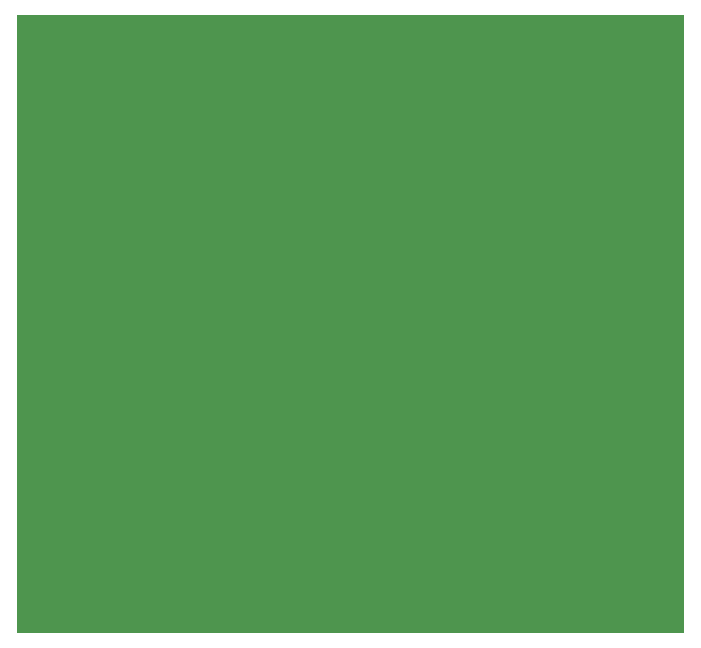
<source format=gbr>
%TF.GenerationSoftware,Altium Limited,Altium Designer,25.3.3 (18)*%
G04 Layer_Physical_Order=2*
G04 Layer_Color=16711680*
%FSLAX45Y45*%
%MOMM*%
%TF.SameCoordinates,2FB12809-2437-477B-894C-9A8D18DFCE8B*%
%TF.FilePolarity,Positive*%
%TF.FileFunction,Copper,L2,Bot,Signal*%
%TF.Part,Single*%
G01*
G75*
%TA.AperFunction,ViaPad*%
%ADD10C,1.30000*%
G36*
X13515681Y5403200D02*
X7865700D01*
Y10633200D01*
X13515681D01*
Y5403200D01*
D02*
G37*
D10*
X10690700Y5816600D02*
D03*
%TF.MD5,f5245cd7c3a0108eaa32d636b4e5a17d*%
M02*

</source>
